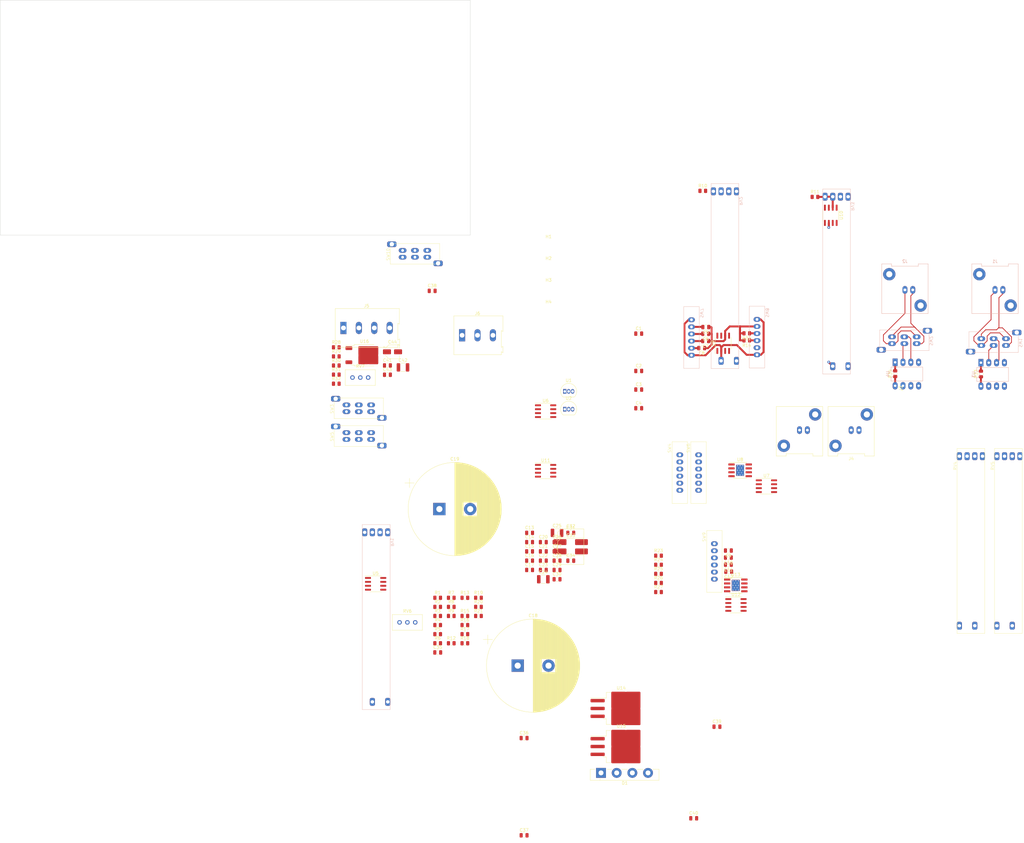
<source format=kicad_pcb>
(kicad_pcb (version 20221018) (generator pcbnew)
  (layers (0 "F.Cu" signal) (1 "In1.Cu" signal) (2 "In2.Cu" signal) (31 "B.Cu" signal) (34 "B.Paste" user) (35 "F.Paste" user) (36 "B.SilkS" user "B.Silkscreen") (37 "F.SilkS" user "F.Silkscreen") (38 "B.Mask" user) (39 "F.Mask" user) (44 "Edge.Cuts" user))
  (net 0 "")
  (net 1 "Net-(U1-K)")
  (net 2 "GND")
  (net 3 "Net-(U2-A)")
  (net 5 "Net-(SW3A-B)")
  (net 6 "Net-(C1-Pad2)")
  (net 10 "Net-(U6--)")
  (net 11 "Net-(U6-+)")
  (net 13 "Net-(J3-In)")
  (net 19 "Net-(U10--)")
  (net 22 "Net-(J1-In)")
  (net 23 "Net-(J1-Ext)")
  (net 24 "Net-(J2-In)")
  (net 25 "Net-(J2-Ext)")
  (net 26 "Net-(J4-In)")
  (net 27 "Input_A")
  (net 28 "Input_B")
  (net 29 "Internal_setpoint")
  (net 30 "Error_signal")
  (net 31 "Net-(SW6-Common)")
  (net 32 "Net-(SW7-Common)")
  (net 33 "Net-(SW1B-B)")
  (net 34 "Net-(SW1A-B)")
  (net 35 "Net-(SW2B-B)")
  (net 36 "Net-(SW2A-B)")
  (net 37 "Net-(C6-Pad1)")
  (net 38 "Net-(U13-OUT)")
  (net 39 "Net-(U13-IN)")
  (net 40 "Net-(C13-Pad2)")
  (net 42 "Net-(U11--)")
  (net 49 "Net-(C2-Pad2)")
  (net 50 "Net-(C3-Pad2)")
  (net 51 "Net-(C4-Pad2)")
  (net 52 "+12V")
  (net 53 "Net-(C5-Pad2)")
  (net 54 "Net-(C6-Pad2)")
  (net 55 "Net-(C7-Pad2)")
  (net 56 "Net-(C8-Pad2)")
  (net 57 "Net-(C9-Pad2)")
  (net 58 "Net-(C10-Pad2)")
  (net 59 "Net-(C11-Pad2)")
  (net 60 "Net-(C12-Pad2)")
  (net 61 "Net-(SW4-Common)")
  (net 62 "Net-(SW9-Common)")
  (net 64 "Net-(U7--)")
  (net 66 "Net-(U8-IN)")
  (net 69 "Net-(R17-Pad1)")
  (net 70 "-12V")
  (net 71 "V+_unreg")
  (net 72 "Net-(SW5A-B)")
  (net 73 "Net-(R10-Pad1)")
  (net 74 "Net-(U5--)")
  (net 75 "Net-(R11-Pad1)")
  (net 76 "Net-(R12-Pad2)")
  (net 77 "Net-(R24-Pad1)")
  (net 78 "Net-(R25-Pad1)")
  (net 79 "Net-(R16-Pad1)")
  (net 80 "Net-(R27-Pad2)")
  (net 82 "Net-(D1--)")
  (net 83 "Net-(J5-Pin_4)")
  (net 84 "Net-(J5-Pin_1)")
  (net 85 "Vlim-")
  (net 86 "Positive_offset")
  (net 87 "Net-(R18-Pad1)")
  (net 89 "Net-(SW10A-C)")
  (net 90 "Vlim+")
  (net 91 "Net-(R20-Pad1)")
  (net 92 "Net-(R26-Pad1)")
  (net 93 "Net-(R28-Pad2)")
  (net 94 "Net-(R30-Pad1)")
  (net 95 "Net-(U16-ADJ)")
  (net 97 "Net-(R33-Pad1)")
  (net 98 "Net-(R33-Pad2)")
  (net 99 "Net-(R34-Pad1)")
  (net 100 "Net-(R34-Pad2)")
  (footprint "Capacitor_SMD:C_0805_2012Metric" (layer "F.Cu") (at 99.9075 131.047)
    (fp_text reference "C22")
    (fp_text value "100nF")
  )
  (footprint "Capacitor_SMD:C_0805_2012Metric" (layer "F.Cu") (at 104.3575 131.047)
    (fp_text reference "C28")
    (fp_text value "100nF")
  )
  (footprint "Capacitor_SMD:C_0805_2012Metric" (layer "F.Cu") (at 104.3575 134.057)
    (fp_text reference "C29")
    (fp_text value "100nF")
  )
  (footprint "Capacitor_SMD:C_0805_2012Metric" (layer "F.Cu") (at 93.672131 188.598)
    (fp_text reference "C36")
    (fp_text value "100nF")
  )
  (footprint "Capacitor_SMD:C_0805_2012Metric" (layer "F.Cu") (at 130.84 57.38)
    (fp_text reference "C1")
    (fp_text value "100n")
  )
  (footprint "Capacitor_SMD:C_0805_2012Metric" (layer "F.Cu") (at 104.3575 137.067)
    (fp_text reference "C30")
    (fp_text value "100nF")
  )
  (footprint "Package_SO:SOIC-8_3.9x4.9mm_P1.27mm" (layer "F.Cu") (at 172.26 106.88)
    (fp_text reference "U7")
    (fp_text value "OPA189")
  )
  (footprint "Resistor_SMD:R_0805_2012Metric" (layer "F.Cu") (at 78.8775 146.037)
    (fp_text reference "R20")
    (fp_text value "10k")
  )
  (footprint "Capacitor_SMD:C_0805_2012Metric" (layer "F.Cu") (at 130.84 81.58)
    (fp_text reference "C4")
    (fp_text value "1n")
  )
  (footprint "Capacitor_SMD:C_0805_2012Metric" (layer "F.Cu") (at 108.8075 122.017)
    (fp_text reference "C31")
    (fp_text value "100nF")
  )
  (footprint "Package_SO:SOIC-8_3.9x4.9mm_P1.27mm" (layer "F.Cu") (at 162.371 145.415)
    (fp_text reference "U12")
    (fp_text value "OPA189")
  )
  (footprint "Resistor_SMD:R_0805_2012Metric" (layer "F.Cu") (at 32.775 61.826)
    (fp_text reference "R28")
    (fp_text value "1k")
  )
  (footprint "Capacitor_SMD:C_1210_3225Metric" (layer "F.Cu") (at 104.3575 122.017)
    (fp_text reference "C25")
    (fp_text value "10uF")
  )
  (footprint "MountingHole:MountingHole_3.2mm_M3_ISO14580" (layer "F.Cu") (at 101.6 29.65)
    (fp_text reference "H1")
    (fp_text value "MountingHole")
  )
  (footprint "Resistor_SMD:R_0805_2012Metric" (layer "F.Cu") (at 32.775 64.776)
    (fp_text reference "R29")
    (fp_text value "DNP")
  )
  (footprint "Capacitor_SMD:C_0805_2012Metric" (layer "F.Cu") (at 159.9165 127.762 180)
    (fp_text reference "C9")
    (fp_text value "1uF")
  )
  (footprint "Capacitor_SMD:CP_Elec_8x6.9" (layer "F.Cu") (at 108.8075 128.037)
    (fp_text reference "C33")
    (fp_text value "220uF")
  )
  (footprint "Resistor_SMD:R_0805_2012Metric" (layer "F.Cu") (at 65.6475 151.937)
    (fp_text reference "R4")
    (fp_text value "10k")
  )
  (footprint "Package_TO_SOT_THT:TO-92_Inline" (layer "F.Cu") (at 106.859 76.111)
    (fp_text reference "U1")
    (fp_text value "LM4040LP-5")
  )
  (footprint "Capacitor_SMD:C_0805_2012Metric" (layer "F.Cu") (at 160.02 134.62 180)
    (fp_text reference "C12")
    (fp_text value "1n")
  )
  (footprint "Resistor_SMD:R_0805_2012Metric" (layer "F.Cu") (at 213.995 70.3665 90)
    (fp_text reference "R34")
    (fp_text value "DNP")
  )
  (footprint "Resistor_SMD:R_0805_2012Metric" (layer "F.Cu") (at 74.4675 143.087)
    (fp_text reference "R13")
    (fp_text value "10k")
  )
  (footprint "Resistor_SMD:R_0805_2012Metric" (layer "F.Cu") (at 65.6475 143.087)
    (fp_text reference "R1")
    (fp_text value "R_US")
  )
  (footprint "MountingHole:MountingHole_3.2mm_M3_ISO14580" (layer "F.Cu") (at 101.6 36.7)
    (fp_text reference "H2")
    (fp_text value "MountingHole")
  )
  (footprint "Capacitor_SMD:C_0805_2012Metric" (layer "F.Cu") (at 95.4575 128.037)
    (fp_text reference "C15")
    (fp_text value "100nF")
  )
  (footprint "Capacitor_SMD:CP_Elec_4x5.8" (layer "F.Cu") (at 51.005 63.276)
    (fp_text reference "C44")
    (fp_text value "22uF")
  )
  (footprint "Resistor_SMD:R_0805_2012Metric" (layer "F.Cu") (at 137.2635 129.424)
    (fp_text reference "R23")
    (fp_text value "50")
  )
  (footprint "Resistor_SMD:R_0805_2012Metric" (layer "F.Cu") (at 65.6475 146.037)
    (fp_text reference "R2")
    (fp_text value "R_US")
  )
  (footprint "Resistor_SMD:R_0805_2012Metric" (layer "F.Cu") (at 70.0575 148.987)
    (fp_text reference "R9")
    (fp_text value "10k")
  )
  (footprint "lib:TI_SO-PowerPAD-8_ThermalVias" (layer "F.Cu") (at 162.306 139.065)
    (fp_text reference "U13")
    (fp_text value "BUF634A")
  )
  (footprint "Capacitor_THT:CP_Radial_D30.0mm_P10.00mm_SnapIn" (layer "F.Cu") (at 66.2 114.3)
    (fp_text reference "C19")
    (fp_text value "22mF")
  )
  (footprint "Resistor_SMD:R_0805_2012Metric" (layer "F.Cu") (at 74.4675 148.987)
    (fp_text reference "R15")
    (fp_text value "50")
  )
  (footprint "Package_SO:SOIC-8_3.9x4.9mm_P1.27mm" (layer "F.Cu") (at 193.119902 18.982947 -90)
    (fp_text reference "U10")
    (fp_text value "OPA189")
  )
  (footprint "Resistor_SMD:R_0805_2012Metric" (layer "F.Cu") (at 151.6145 11.049)
    (fp_text reference "R10")
    (fp_text value "10k")
  )
  (footprint "Package_TO_SOT_SMD:TO-263-3_TabPin2" (layer "F.Cu") (at 125.168 191.348)
    (fp_text reference "U15")
    (fp_text value "LM2990SX-12")
  )
  (footprint "Package_SO:SOIC-8_3.9x4.9mm_P1.27mm" (layer "F.Cu") (at 45.531 138.557)
    (fp_text reference "U5")
    (fp_text value "OPA189")
  )
  (footprint "Capacitor_SMD:C_0805_2012Metric" (layer "F.Cu") (at 130.84 69.48)
    (fp_text reference "C2")
    (fp_text value "DNP")
  )
  (footprint "lib:SLB1470" (layer "F.Cu") (at 155.3765 131.289)
    (fp_text reference "SW9")
    (fp_text value "SW_SP4T")
  )
  (footprint "lib:BNC_Amphenol_031-5539_Vertical" (layer "F.Cu") (at 199.74 88.68)
    (fp_text reference "J4")
    (fp_text value "Output")
  )
  (footprint "Capacitor_SMD:C_0805_2012Metric" (layer "F.Cu") (at 151.257 62.067529 180)
    (fp_text reference "C8")
    (fp_text value "100nF")
  )
  (footprint "Capacitor_SMD:C_0805_2012Metric" (layer "F.Cu") (at 130.84 75.53)
    (fp_text reference "C3")
    (fp_text value "100p")
  )
  (footprint "Capacitor_SMD:C_0805_2012Metric" (layer "F.Cu") (at 152.561492 57.416152 180)
    (fp_text reference "C6")
    (fp_text value "1nF")
  )
  (footprint "Capacitor_SMD:C_0805_2012Metric" (layer "F.Cu") (at 159.9165 130.048 180)
    (fp_text reference "C10")
    (fp_text value "DNP")
  )
  (footprint "Capacitor_SMD:C_0805_2012Metric" (layer "F.Cu") (at 148.671 214.63)
    (fp_text reference "C40")
    (fp_text value "100nF")
  )
  (footprint "Resistor_SMD:R_0805_2012Metric" (layer "F.Cu") (at 74.4675 157.837)
    (fp_text reference "R18")
    (fp_text value "10k")
  )
  (footprint "Resistor_SMD:R_0805_2012Metric" (layer "F.Cu") (at 32.775 73.626)
    (fp_text reference "R32")
    (fp_text value "330")
  )
  (footprint "Capacitor_SMD:C_0805_2012Metric" (layer "F.Cu") (at 108.8075 131.047)
    (fp_text reference "C34")
    (fp_text value "100nF")
  )
  (footprint "Capacitor_SMD:C_0805_2012Metric" (layer "F.Cu") (at 159.9165 132.334 180)
    (fp_text reference "C11")
    (fp_text value "100p")
  )
  (footprint "Capacitor_SMD:C_0805_2012Metric" (layer "F.Cu") (at 49.355 70.716)
    (fp_text reference "C43")
    (fp_text value "100nF")
  )
  (footprint "Capacitor_SMD:C_0805_2012Metric" (layer "F.Cu") (at 99.9075 134.057)
    (fp_text reference "C23")
    (fp_text value "100nF")
  )
  (footprint "Resistor_SMD:R_0805_2012Metric" (layer "F.Cu") (at 165.8855 59.563 180)
    (fp_text reference "R14")
    (fp_text value "220")
  )
  (footprint "Capacitor_SMD:C_0805_2012Metric" (layer "F.Cu") (at 95.4575 125.027)
    (fp_text reference "C14")
    (fp_text value "100nF")
  )
  (footprint "lib:Slide_pot_45mm" (layer "F.Cu") (at 238.57 124.646)
    (fp_text reference "RV4")
    (fp_text value "100k")
  )
  (footprint "Resistor_SMD:R_0805_2012Metric" (layer "F.Cu") (at 241.808 70.4615 90)
    (fp_text reference "R33")
    (fp_text value "DNP")
  )
  (footprint "Resistor_SMD:R_0805_2012Metric" (layer "F.Cu") (at 137.2635 141.224)
    (fp_text reference "R27")
    (fp_text value "1k")
  )
  (footprint "Resistor_SMD:R_0805_2012Metric" (layer "F.Cu") (at 137.2635 132.374)
    (fp_text reference "R24")
    (fp_text value "1k")
  )
  (footprint "Capacitor_SMD:C_0805_2012Metric" (layer "F.Cu") (at 95.4575 122.017)
    (fp_text reference "C13")
    (fp_text value "10n")
  )
  (footprint "Capacitor_SMD:C_0805_2012Metric" (layer "F.Cu") (at 95.4575 134.057)
    (fp_text reference "C17")
    (fp_text value "100nF")
  )
  (footprint "lib:MHS222" (layer "F.Cu") (at 40.07 90.601)
    (fp_text reference "SW5")
    (fp_text value "SW_DPDT_x2")
  )
  (footprint "Capacitor_SMD:C_0805_2012Metric" (layer "F.Cu") (at 63.8655 43.498)
    (fp_text reference "C38")
    (fp_text value "100nF")
  )
  (footprint "Capacitor_SMD:C_0805_2012Metric" (layer "F.Cu") (at 65.6675 160.817)
    (fp_text reference "C35")
    (fp_text value "100nF")
  )
  (footprint "Resistor_SMD:R_0805_2012Metric" (layer "F.Cu") (at 74.4675 151.937)
    (fp_text reference "R16")
    (fp_text value "1M")
  )
  (footprint "Package_SO:SOIC-8_3.9x4.9mm_P1.27mm" (layer "F.Cu") (at 100.649 101.881)
    (fp_text reference "U11")
    (fp_text value "OPA189")
  )
  (footprint "Capacitor_SMD:C_0805_2012Metric" (layer "F.Cu") (at 104.3575 128.037)
    (fp_text reference "C27")
    (fp_text value "100nF")
  )
  (footprint "Capacitor_SMD:C_0805_2012Metric" (layer "F.Cu") (at 152.593 55.245 180)
    (fp_text reference "C5")
    (fp_text value "10n")
  )
  (footprint "Diode_THT:Diode_Bridge_Vishay_GBU" (layer "F.Cu") (at 118.618 199.898)
    (fp_text reference "D1")
    (fp_text value "GBU4A")
  )
  (footprint "MountingHole:MountingHole_3.2mm_M3_ISO14580" (layer "F.Cu") (at 101.6 50.8)
    (fp_text reference "H4")
    (fp_text value "MountingHole")
  )
  (footprint "lib:Slide_pot_45mm" (layer "F.Cu") (at 250.718 124.646)
    (fp_text reference "RV5")
    (fp_text value "100k")
  )
  (footprint "Resistor_SMD:R_0805_2012Metric" (layer "F.Cu") (at 32.775 67.726)
    (fp_text reference "R30")
    (fp_text value "1k")
  )
  (footprint "Resistor_SMD:R_0805_2012Metric" (layer "F.Cu") (at 74.4675 154.887)
    (fp_text reference "R17")
    (fp_text value "10M")
  )
  (footprint "TerminalBlock:TerminalBlock_Altech_AK300-3_P5.00mm" (layer "F.Cu") (at 73.566 57.912)
    (fp_text reference "J6")
    (fp_text value "Screw_Terminal_01x03")
  )
  (footprint "Potentiometer_THT:Potentiometer_Bourns_3296W_Vertical" (layer "F.Cu") (at 58.369 151.062)
    (fp_text reference "RV6")
    (fp_text value "10K")
  )
  (footprint "Capacitor_SMD:C_0805_2012Metric" (layer "F.Cu") (at 93.672131 220.148)
    (fp_text reference "C37")
    (fp_text value "100nF")
  )
  (footprint "Package_SO:SOIC-8_3.9x4.9mm_P1.27mm" (layer "F.Cu") (at 158.242 60.514 90)
    (fp_text reference "U9")
    (fp_text value "OPA189")
  )
  (footprint "MountingHole:MountingHole_3.2mm_M3_ISO14580" (layer "F.Cu") (at 101.6 43.75)
    (fp_text reference "H3")
    (fp_text value "MountingHole")
  )
  (footprint "Capacitor_SMD:C_0805_2012Metric" (layer "F.Cu") (at 99.9075 128.037)
    (fp_text reference "C21")
    (fp_text value "100nF")
  )
  (footprint "Resistor_SMD:R_0805_2012Metric" (layer "F.Cu") (at 187.9965 13.013)
    (fp_text reference "R11")
    (fp_text value "10k")
  )
  (footprint "Resistor_SMD:R_0805_2012Metric" (layer "F.Cu") (at 78.8775 143.087)
    (fp_text reference "R19")
    (fp_text value "10k")
  )
  (footprint "Package_TO_SOT_THT:TO-92_Inline" (layer "F.Cu") (at 106.859 81.901)
    (fp_text reference "U2")
    (fp_text value "LM4040LP-5")
  )
  (footprint "Resistor_SMD:R_0805_2012Metric" (layer "F.Cu") (at 137.2635 135.324)
    (fp_text reference "R25")
    (fp_text value "1k")
  )
  (footprint "Capacitor_SMD:C_0805_2012Metric" (layer "F.Cu") (at 152.541356 59.769522 180)
    (fp_text reference "C7")
    (fp_text value "10nF")
  )
  (footprint "Capacitor_SMD:C_0805_2012Metric" (layer "F.Cu") (at 156.21 184.912)
    (fp_text reference "C39")
    (fp_text value "100nF")
  )
  (footprint "Resistor_SMD:R_0805_2012Metric" (layer "F.Cu") (at 65.6475 148.987)
    (fp_text reference "R3")
    (fp_text value "10k")
  )
  (footprint "Capacitor_SMD:C_0805_2012Metric" (layer "F.Cu") (at 95.4575 131.047)
    (fp_text reference "C16")
    (fp_text value "100nF")
  )
  (footprint "Capacitor_SMD:C_1210_3225Metric" (layer "F.Cu") (at 99.9075 137.067)
    (fp_text reference "C24")
    (fp_text value "10uF")
  )
  (footprint "lib:MHS222" (layer "F.Cu") (at 40.07 81.601)
    (fp_text reference "SW3")
    (fp_text value "SW_DPDT_x2")
  )
  (footprint "Resistor_SMD:R_0805_2012Metric" (layer "F.Cu") (at 165.8855 57.277 180)
    (fp_text reference "R22")
    (fp_text value "10k")
  )
  (footprint "Potentiometer_THT:Potentiometer_Bourns_3296W_Vertical" (layer "F.Cu") (at 43.105 71.626)
    (fp_text reference "RV7")
    (fp_text value "2k")
  )
  (footprint "Capacitor_SMD:C_0805_2012Metric" (layer "F.Cu") (at 104.3575 125.027)
    (fp_text reference "C26")
    (fp_text value "100nF")
  )
  (footprint "Capacitor_SMD:C_0805_2012Metric" (layer "F.Cu") (at 49.355 67.706)
    (fp_text reference "C41")
    (fp_text value "100nF")
  )
  (footprint "Package_TO_SOT_SMD:TO-252-2" (layer "F.Cu") (at 41.895 64.376)
    (fp_text reference "U16")
    (fp_text value "LM317_TO-252")
  )
  (footprint "Resistor_SMD:R_0805_2012Metric" (layer "F.Cu") (at 65.6475 157.837)
    (fp_text reference "R6")
    (fp_text value "10k")
  )
  (footprint "Capacitor_SMD:CP_Elec_8x6.9" (layer "F.Cu") (at 108.8075 125.027)
    (fp_text reference "C32")
    (fp_text value "220uF")
  )
  (footprint "Resistor_SMD:R_0805_2012Metric" (layer "F.Cu") (at 65.6475 154.887)
    (fp_text reference "R5")
    (fp_text value "10k")
  )
  (footprint "Capacitor_SMD:C_1210_3225Metric" (layer "F.Cu") (at 54.405 68.326)
    (fp_text reference "C42")
    (fp_text value "10uF")
  )
  (footprint "Capacitor_THT:CP_Radial_D30.0mm_P10.00mm_SnapIn" (layer "F.Cu") (at 91.6 165.1)
    (fp_text reference "C18")
    (fp_text value "22mF")
  )
  (footprint "Package_SO:SOIC-8_3.9x4.9mm_P1.27mm" (layer "F.Cu") (at 100.649 82.531)
    (fp_text reference "U6")
    (fp_text value "OPA189")
  )
  (footprint "lib:MHS222" (layer "F.Cu") (at 58.2805 31.473)
    (fp_text reference "SW10")
    (fp_text value "SW_DPDT_x2")
  )
  (footprint "Resistor_SMD:R_0805_2012Metric" (layer "F.Cu") (at 137.2635 138.274)
    (fp_text reference "R26")
    (fp_text value "1k")
  )
  (footprint "Resistor_SMD:R_0805_2012Metric" (layer "F.Cu") (at 70.0575 143.087)
    (fp_text reference "R7")
    (fp_text value "10k")
  )
  (footprint "Package_TO_SOT_SMD:TO-263-3_TabPin2" (layer "F.Cu") (at 125.168 178.998)
    (fp_text reference "U14")
    (fp_text value "LM2940CS-12/NOPB")
  )
  (footprint "lib:SLB1470" (layer "F.Cu") (at 144.165 102.455)
    (fp_text reference "SW4")
    (fp_text value "SW_SP4T")
  )
  (footprint "lib:SLB1470" (layer "F.Cu") (at 150.265 102.455)
    (fp_text reference "SW6")
    (fp_text value "SW_SP4T")
  )
  (footprint "Resistor_SMD:R_0805_2012Metric" (layer "F.Cu") (at 70.0575 157.837)
    (fp_text reference "R12")
    (fp_text value "10k")
  )
  (footprint "Resistor_SMD:R_0805_2012Metric" (layer "F.Cu") (at 78.8775 148.987)
    (fp_text reference "R21")
    (fp_text value "10k")
  )
  (footprint "Capacitor_SMD:C_0805_2012Metric" (layer "F.Cu") (at 99.9075 125.027)
    (fp_text reference "C20")
    (fp_text value "100nF")
  )
  (footprint "lib:TI_SO-PowerPAD-8_ThermalVias" (layer "F.Cu") (at 163.725 101.73)
    (fp_text reference "U8")
    (fp_text value "BUF634A")
  )
  (footprint "Resistor_SMD:R_0805_2012Metric" (layer "F.Cu") (at 70.0575 146.037)
    (fp_text reference "R8")
    (fp_text value "10k")
  )
  (footprint "TerminalBlock:TerminalBlock_Altech_AK300-4_P5.00mm" (layer "F.Cu") (at 35.095 55.531)
    (fp_text reference "J5")
    (fp_text value "Screw_Terminal_01x04")
  )
  (footprint "Resistor_SMD:R_0805_2012Metric" (layer "F.Cu") (at 32.775 70.676)
    (fp_text reference "R31")
    (fp_text value "1k")
  )
  (footprint "lib:BNC_Amphenol_031-5539_Vertical" (layer "F.Cu") (at 182.99 88.68)
    (fp_text reference "J3")
    (fp_text value "Output")
  )
  (footprint "lib:SLB1470" (layer "B.Cu") (at 169.2015 58.5 180)
    (fp_text reference "SW8")
    (fp_text value "SW_SP4T")
  )
  (footprint "lib:Slide_pot_45mm" (layer "B.Cu") (at 195.005 40.445 180)
    (fp_text reference "RV3")
    (fp_text value "100k")
  )
  (footprint "lib:MHS222" (layer "B.Cu") (at 245.936 60.114 180)
    (fp_text reference "SW1")
    (fp_text value "SW_DPDT_x2")
  )
  (footprint "lib:Slide_pot_45mm" (layer "B.Cu") (at 45.72 149.352 180)
    (fp_text reference "RV1")
    (fp_text value "100k")
  )
  (footprint "Package_DIP:DIP-8_W7.62mm_LongPads" (layer "B.Cu") (at 213.995 66.675 -90)
    (fp_text reference "U4")
    (fp_text value "LT1167")
  )
  (footprint "lib:MHS222" (layer "B.Cu") (at 216.98 59.52 180)
    (fp_text reference "SW2")
    (fp_text value "SW_DPDT_x2")
  )
  (footprint "lib:BNC_Amphenol_031-5539_Vertical" (layer "B.Cu") (at 217.17 43.18)
    (fp_text reference "J2")
    (fp_text value "Input B / Setpoint")
  )
  (footprint "Package_DIP:DIP-8_W7.62mm_LongPads" (layer "B.Cu") (at 241.808 66.802 -90)
    (fp_text reference "U3")
    (fp_text value "LT1167")
  )
  (footprint "lib:SLB1470" (layer "B.Cu") (at 147.955 58.639 180)
    (fp_text reference "SW7")
    (fp_text value "SW_SP4T")
  )
  (footprint "lib:BNC_Amphenol_031-5539_Vertical" (layer "B.Cu") (at 246.38 43.18)
    (fp_text reference "J1")
    (fp_text value "Input A")
  )
  (footprint "lib:Slide_pot_45mm" (layer "B.Cu") (at 158.804 38.708 180)
    (fp_text reference "RV2")
    (fp_text value "100k")
  )
  (gr_line (start -76.2 25.4) (end 76.2 25.4) (stroke (width 0.1)) (layer "Edge.Cuts"))
  (gr_line (start 76.2 25.4) (end 76.2 -50.8) (stroke (width 0.1)) (layer "Edge.Cuts"))
  (gr_line (start -76.2 -50.8) (end 76.2 -50.8) (stroke (width 0.1)) (layer "Edge.Cuts"))
  (gr_line (start -76.2 25.4) (end -76.2 -50.8) (stroke (width 0.1)) (layer "Edge.Cuts"))
  (segment (start 158.877 56.515) (end 160.342 55.05) (width 0.635) (layer "F.Cu") (net 0))
  (segment (start 163.703 57.277) (end 164.973 57.277) (width 0.635) (layer "F.Cu") (net 0))
  (segment (start 154.502811 59.789428) (end 154.482905 59.769522) (width 0.635) (layer "F.Cu") (net 0))
  (segment (start 163.703 57.277) (end 163.703 55.05) (width 0.635) (layer "F.Cu") (net 0))
  (segment (start 153.543 55.245) (end 154.305 55.245) (width 0.635) (layer "F.Cu") (net 0))
  (segment (start 154.455224 57.416152) (end 154.502811 57.463739) (width 0.635) (layer "F.Cu") (net 0))
  (segment (start 154.530383 59.817) (end 154.502811 59.789428) (width 0.635) (layer "F.Cu") (net 0))
  (segment (start 158.877 58.039) (end 158.877 59.309) (width 0.635) (layer "F.Cu") (net 0))
  (segment (start 153.511492 57.416152) (end 154.455224 57.416152) (width 0.635) (layer "F.Cu") (net 0))
  (segment (start 154.502811 57.463739) (end 154.502811 59.789428) (width 0.635) (layer "F.Cu") (net 0))
  (segment (start 154.455224 55.395224) (end 154.305 55.245) (width 0.635) (layer "F.Cu") (net 0))
  (segment (start 153.491356 59.769522) (end 154.482905 59.769522) (width 0.635) (layer "F.Cu") (net 0))
  (segment (start 158.877 59.309) (end 158.369 59.817) (width 0.635) (layer "F.Cu") (net 0))
  (segment (start 169.1145 59.563) (end 169.2015 59.65) (width 0.635) (layer "F.Cu") (net 0))
  (segment (start 163.703 55.05) (end 169.2015 55.05) (width 0.635) (layer "F.Cu") (net 0))
  (segment (start 163.703 59.563) (end 163.703 57.277) (width 0.635) (layer "F.Cu") (net 0))
  (segment (start 164.973 59.563) (end 163.703 59.563) (width 0.635) (layer "F.Cu") (net 0))
  (segment (start 158.369 59.817) (end 154.530383 59.817) (width 0.635) (layer "F.Cu") (net 0))
  (segment (start 158.877 58.039) (end 158.877 56.515) (width 0.635) (layer "F.Cu") (net 0))
  (segment (start 152.207 62.067529) (end 153.324471 62.067529) (width 0.635) (layer "F.Cu") (net 0))
  (segment (start 154.502811 60.889189) (end 154.502811 59.789428) (width 0.635) (layer "F.Cu") (net 0))
  (segment (start 154.455224 57.416152) (end 154.455224 55.395224) (width 0.635) (layer "F.Cu") (net 0))
  (segment (start 160.342 55.05) (end 163.703 55.05) (width 0.635) (layer "F.Cu") (net 0))
  (segment (start 166.798 59.563) (end 169.1145 59.563) (width 0.635) (layer "F.Cu") (net 0))
  (segment (start 153.324471 62.067529) (end 154.502811 60.889189) (width 0.635) (layer "F.Cu") (net 0))
  (segment (start 193.754902 16.507947) (end 193.754902 12.945098) (width 0.635) (layer "F.Cu") (net 19))
  (segment (start 191.255 12.945) (end 193.755 12.945) (width 0.635) (layer "F.Cu") (net 19))
  (segment (start 193.754902 12.945098) (end 193.755 12.945) (width 0.635) (layer "F.Cu") (net 19))
  (segment (start 191.187 13.013) (end 191.255 12.945) (width 0.635) (layer "F.Cu") (net 19))
  (segment (start 188.909 13.013) (end 191.187 13.013) (width 0.635) (layer "F.Cu") (net 19))
  (segment (start 249.768 59.014) (end 247.904 57.15) (width 0.25) (layer "F.Cu") (net 22))
  (segment (start 245.11 45.085) (end 246.38 43.815) (width 0.25) (layer "F.Cu") (net 22))
  (segment (start 246.38 43.815) (end 246.38 43.18) (width 0.25) (layer "F.Cu") (net 22))
  (segment (start 247.904 57.15) (end 244.856 57.15) (width 0.25) (layer "F.Cu") (net 22))
  (segment (start 245.11 52.832) (end 245.11 45.085) (width 0.25) (layer "F.Cu") (net 22))
  (segment (start 242.316 61.214) (end 241.936 61.214) (width 0.25) (layer "F.Cu") (net 22))
  (segment (start 243.84 58.166) (end 243.84 59.69) (width 0.25) (layer "F.Cu") (net 22))
  (segment (start 249.936 59.014) (end 249.768 59.014) (width 0.25) (layer "F.Cu") (net 22))
  (segment (start 241.046 61.214) (end 241.936 61.214) (width 0.25) (layer "F.Cu") (net 22))
  (segment (start 239.522 58.42) (end 239.522 59.69) (width 0.25) (layer "F.Cu") (net 22))
  (segment (start 245.11 52.832) (end 239.522 58.42) (width 0.25) (layer "F.Cu") (net 22))
  (segment (start 244.856 57.15) (end 243.84 58.166) (width 0.25) (layer "F.Cu") (net 22))
  (segment (start 243.84 59.69) (end 242.316 61.214) (width 0.25) (layer "F.Cu") (net 22))
  (segment (start 239.522 59.69) (end 241.046 61.214) (width 0.25) (layer "F.Cu") (net 22))
  (segment (start 246.888 56.134) (end 247.523 55.499) (width 0.25) (layer "F.Cu") (net 23))
  (segment (start 247.523 55.499) (end 247.65 55.372) (width 0.25) (layer "F.Cu") (net 23))
  (segment (start 250.698 61.214) (end 251.714 60.198) (width 0.25) (layer "F.Cu") (net 23))
  (segment (start 251.714 58.42) (end 248.793 55.499) (width 0.25) (layer "F.Cu") (net 23))
  (segment (start 247.65 45.72) (end 248.92 44.45) (width 0.25) (layer "F.Cu") (net 23))
  (segment (start 247.65 55.372) (end 247.65 45.72) (width 0.25) (layer "F.Cu") (net 23))
  (segment (start 241.936 59.014) (end 241.936 57.53) (width 0.25) (layer "F.Cu") (net 23))
  (segment (start 241.936 57.53) (end 243.332 56.134) (width 0.25) (layer "F.Cu") (net 23))
  (segment (start 243.332 56.134) (end 246.888 56.134) (width 0.25) (layer "F.Cu") (net 23))
  (segment (start 249.936 61.214) (end 250.698 61.214) (width 0.25) (layer "F.Cu") (net 23))
  (segment (start 251.714 60.198) (end 251.714 58.42) (width 0.25) (layer "F.Cu") (net 23))
  (segment (start 248.92 44.45) (end 248.92 43.18) (width 0.25) (layer "F.Cu") (net 23))
  (segment (start 248.793 55.499) (end 247.523 55.499) (width 0.25) (layer "F.Cu") (net 23))
  (segment (start 210.185 57.785) (end 217.17 50.8) (width 0.25) (layer "F.Cu") (net 24))
  (segment (start 214.037995 60.62) (end 212.98 60.62) (width 0.25) (layer "F.Cu") (net 24))
  (segment (start 214.934196 59.723799) (end 214.037995 60.62) (width 0.25) (layer "F.Cu") (net 24))
  (segment (start 212.98 60.62) (end 211.115 60.62) (width 0.25) (layer "F.Cu") (net 24))
  (segment (start 217.17 50.8) (end 217.17 43.18) (width 0.25) (layer "F.Cu") (net 24))
  (segment (start 210.185 59.69) (end 210.185 57.785) (width 0.25) (layer "F.Cu") (net 24))
  (segment (start 214.934196 57.480804) (end 214.934196 59.723799) (width 0.25) (layer "F.Cu") (net 24))
  (segment (start 220.98 58.42) (end 219.075 56.515) (width 0.25) (layer "F.Cu") (net 24))
  (segment (start 219.075 56.515) (end 215.9 56.515) (width 0.25) (layer "F.Cu") (net 24))
  (segment (start 215.9 56.515) (end 214.934196 57.480804) (width 0.25) (layer "F.Cu") (net 24))
  (segment (start 211.115 60.62) (end 210.185 59.69) (width 0.25) (layer "F.Cu") (net 24))
  (segment (start 223.291896 58.226984) (end 220.644956 55.580044) (width 0.25) (layer "F.Cu") (net 25))
  (segment (start 222.683502 60.62) (end 223.291896 60.011606) (width 0.25) (layer "F.Cu") (net 25))
  (segment (start 215.9 55.245) (end 212.98 58.165) (width 0.25) (layer "F.Cu") (net 25))
  (segment (start 219.71 44.45) (end 219.075 45.085) (width 0.25) (layer "F.Cu") (net 25))
  (segment (start 219.71 43.18) (end 219.71 44.45) (width 0.25) (layer "F.Cu") (net 25))
  (segment (start 223.291896 60.011606) (end 223.291896 58.226984) (width 0.25) (layer "F.Cu") (net 25))
  (segment (start 220.309912 55.245) (end 215.9 55.245) (width 0.25) (layer "F.Cu") (net 25))
  (segment (start 220.98 60.62) (end 222.683502 60.62) (width 0.25) (layer "F.Cu") (net 25))
  (segment (start 220.644956 55.580044) (end 220.309912 55.245) (width 0.25) (layer "F.Cu") (net 25))
  (segment (start 219.075 45.085) (end 219.075 54.010088) (width 0.25) (layer "F.Cu") (net 25))
  (segment (start 219.075 54.010088) (end 220.644956 55.580044) (width 0.25) (layer "F.Cu") (net 25))
  (segment (start 212.98 58.165) (end 212.98 58.42) (width 0.25) (layer "F.Cu") (net 25))
  (segment (start 157.607 66.155) (end 157.554 66.208) (width 0.635) (layer "F.Cu") (net 32))
  (segment (start 162.687 61.087) (end 165.85 64.25) (width 0.635) (layer "F.Cu") (net 32))
  (segment (start 155.829 61.087) (end 157.099 61.087) (width 0.635) (layer "F.Cu") (net 32))
  (segment (start 157.607 62.989) (end 157.607 66.155) (width 0.635) (layer "F.Cu") (net 32))
  (segment (start 192.484902 21.457947) (end 192.484902 22.899098) (width 0.635) (layer "F.Cu") (net 32))
  (segment (start 170.446 64.25) (end 169.2015 64.25) (width 0.635) (layer "F.Cu") (net 32))
  (segment (start 157.099 61.087) (end 157.607 61.595) (width 0.635) (layer "F.Cu") (net 32))
  (segment (start 170.352 52.75) (end 171.323 53.721) (width 0.635) (layer "F.Cu") (net 32))
  (segment (start 171.323 63.373) (end 170.446 64.25) (width 0.635) (layer "F.Cu") (net 32))
  (segment (start 157.607 61.595) (end 157.607 61.849) (width 0.635) (layer "F.Cu") (net 32))
  (segment (start 147.009 52.889) (end 145.669 54.229) (width 0.635) (layer "F.Cu") (net 32))
  (segment (start 192.484902 22.899098) (end 192.465 22.919) (width 0.635) (layer "F.Cu") (net 32))
  (segment (start 152.527 64.389) (end 155.829 61.087) (width 0.635) (layer "F.Cu") (net 32))
  (segment (start 147.955 64.389) (end 152.527 64.389) (width 0.635) (layer "F.Cu") (net 32))
  (segment (start 145.669 54.229) (end 145.669 63.373) (width 0.635) (layer "F.Cu") (net 32))
  (segment (start 157.607 61.849) (end 157.607 62.989) (width 0.635) (layer "F.Cu") (net 32))
  (segment (start 146.685 64.389) (end 147.955 64.389) (width 0.635) (layer "F.Cu") (net 32))
  (segment (start 145.669 63.373) (end 146.685 64.389) (width 0.635) (layer "F.Cu") (net 32))
  (segment (start 147.955 52.889) (end 147.009 52.889) (width 0.635) (layer "F.Cu") (net 32))
  (segment (start 171.323 53.721) (end 171.323 63.373) (width 0.635) (layer "F.Cu") (net 32))
  (segment (start 169.2015 52.75) (end 170.352 52.75) (width 0.635) (layer "F.Cu") (net 32))
  (segment (start 158.369 61.087) (end 162.687 61.087) (width 0.635) (layer "F.Cu") (net 32))
  (segment (start 192.484902 66.674902) (end 193.755 67.945) (width 0.635) (layer "F.Cu") (net 32))
  (segment (start 157.607 61.849) (end 158.369 61.087) (width 0.635) (layer "F.Cu") (net 32))
  (segment (start 165.85 64.25) (end 169.2015 64.25) (width 0.635) (layer "F.Cu") (net 32))
  (via (at 192.465 22.919) (size 0.889) (drill 0.381) (layers "F.Cu" "B.Cu") (net 32))
  (via (at 192.465 66.607) (size 0.889) (drill 0.381) (layers "F.Cu" "B.Cu") (net 32))
  (segment (start 244.348 62.738) (end 244.348 66.802) (width 0.25) (layer "F.Cu") (net 33))
  (segment (start 245.936 61.214) (end 244.412 62.738) (width 0.25) (layer "F.Cu") (net 33))
  (segment (start 244.412 62.738) (end 244.348 62.738) (width 0.25) (layer "F.Cu") (net 33))
  (segment (start 245.936 59.014) (end 246.72 59.014) (width 0.25) (layer "F.Cu") (net 34))
  (segment (start 247.65 59.944) (end 247.65 66.04) (width 0.25) (layer "F.Cu") (net 34))
  (segment (start 245.936 59.014) (end 245.024 59.014) (width 0.25) (layer "F.Cu") (net 34))
  (segment (start 247.65 66.04) (end 246.888 66.802) (width 0.25) (layer "F.Cu") (net 34))
  (segment (start 246.72 59.014) (end 247.65 59.944) (width 0.25) (layer "F.Cu") (net 34))
  (segment (start 216.535 66.675) (end 216.535 61.065) (width 0.25) (layer "F.Cu") (net 35))
  (segment (start 216.535 61.065) (end 216.98 60.62) (width 0.25) (layer "F.Cu") (net 35))
  (segment (start 219.075 66.675) (end 219.075 59.055) (width 0.25) (layer "F.Cu") (net 36))
  (segment (start 218.44 58.42) (end 216.98 58.42) (width 0.25) (layer "F.Cu") (net 36))
  (segment (start 219.075 59.055) (end 218.44 58.42) (width 0.25) (layer "F.Cu") (net 36))
  (segment (start 147.955 55.189) (end 151.587 55.189) (width 0.635) (layer "F.Cu") (net 53))
  (segment (start 151.587 55.189) (end 151.643 55.245) (width 0.635) (layer "F.Cu") (net 53))
  (segment (start 147.955 57.489) (end 151.538644 57.489) (width 0.635) (layer "F.Cu") (net 54))
  (segment (start 151.538644 57.489) (end 151.611492 57.416152) (width 0.635) (layer "F.Cu") (net 54))
  (segment (start 147.955 59.789) (end 151.571878 59.789) (width 0.635) (layer "F.Cu") (net 55))
  (segment (start 151.571878 59.789) (end 151.591356 59.769522) (width 0.635) (layer "F.Cu") (net 55))
  (segment (start 147.955 62.089) (end 150.285529 62.089) (width 0.635) (layer "F.Cu") (net 56))
  (segment (start 150.285529 62.089) (end 150.307 62.067529) (width 0.635) (layer "F.Cu") (net 56))
  (segment (start 169.1285 57.277) (end 169.2015 57.35) (width 0.635) (layer "F.Cu") (net 62))
  (segment (start 166.798 57.277) (end 169.1285 57.277) (width 0.635) (layer "F.Cu") (net 62))
  (segment (start 241.808 71.374) (end 241.808 74.422) (width 0.635) (layer "F.Cu") (net 97))
  (segment (start 241.808 69.549) (end 241.808 66.802) (width 0.635) (layer "F.Cu") (net 98))
  (segment (start 213.995 71.279) (end 213.995 74.295) (width 0.635) (layer "F.Cu") (net 99))
  (segment (start 213.995 69.454) (end 213.995 66.675) (width 0.635) (layer "F.Cu") (net 100))
)
</source>
